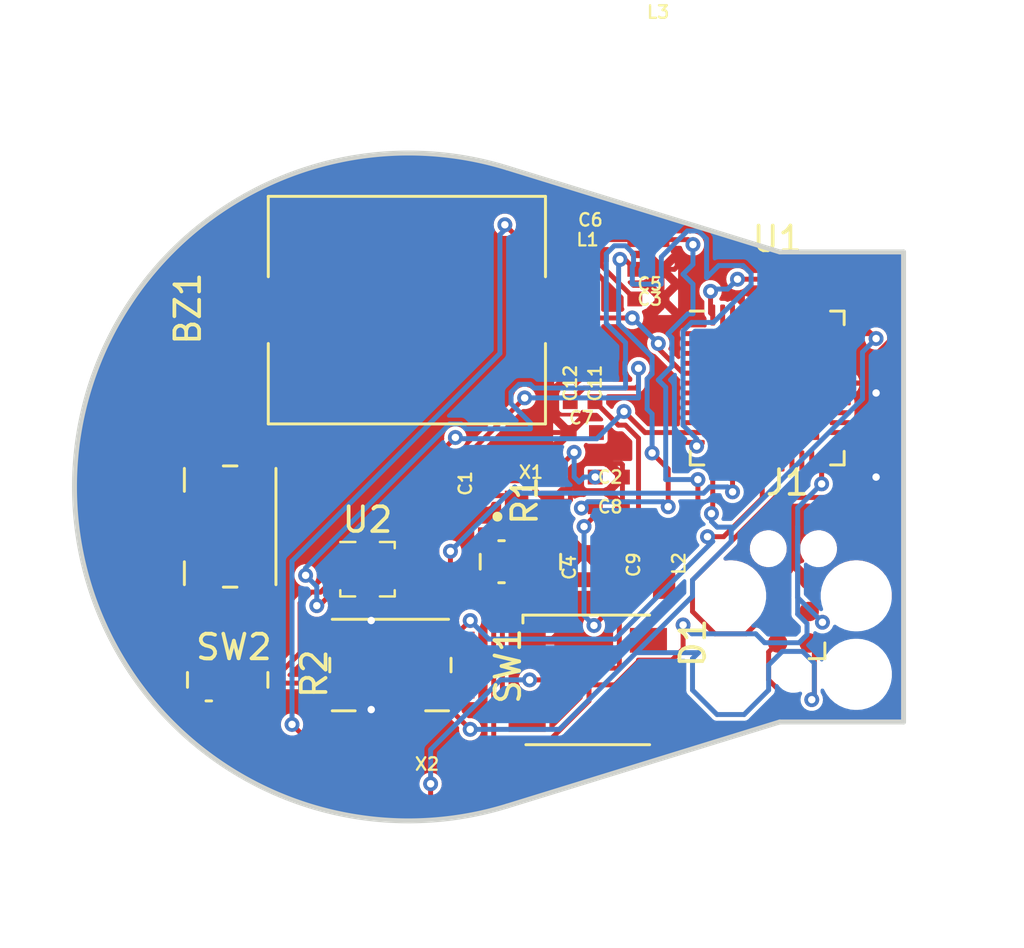
<source format=kicad_pcb>
(kicad_pcb (version 20221018) (generator pcbnew)
  (layers (0 "F.Cu" signal) (31 "B.Cu" signal) (34 "B.Paste" user) (35 "F.Paste" user) (36 "B.SilkS" user "B.Silkscreen") (37 "F.SilkS" user "F.Silkscreen") (38 "B.Mask" user) (39 "F.Mask" user) (44 "Edge.Cuts" user))
  (net 0 "")
  (net 1 "GND")
  (net 2 "Net-(D1-A)")
  (net 3 "/P0.10")
  (net 4 "DEC1")
  (net 5 "DEC4")
  (net 6 "DEC3")
  (net 7 "DEC2")
  (net 8 "ANT")
  (net 9 "P0.20")
  (net 10 "P0.21/RESET")
  (net 11 "SWDCLK")
  (net 12 "SWDIO")
  (net 13 "P0.10")
  (net 14 "P0.09")
  (net 15 "/DEC1")
  (net 16 "/P0.00{slash}XL1")
  (net 17 "/P0.01{slash}XL2")
  (net 18 "/P0.02")
  (net 19 "/P0.03")
  (net 20 "/P0.04")
  (net 21 "/P0.05")
  (net 22 "/P0.07")
  (net 23 "/P0.08")
  (net 24 "/P0.09")
  (net 25 "VCC")
  (net 26 "/P0.11")
  (net 27 "/P0.12")
  (net 28 "/P0.13")
  (net 29 "/P0.14")
  (net 30 "/P0.15")
  (net 31 "/P0.16")
  (net 32 "/P0.17")
  (net 33 "/P0.18{slash}SWO")
  (net 34 "/P0.19")
  (net 35 "/P0.20")
  (net 36 "/SWDCLK")
  (net 37 "/SWDIO")
  (net 38 "/P0.22")
  (net 39 "/P0.23")
  (net 40 "/P0.24")
  (net 41 "Net-(U1-ANT@30)")
  (net 42 "/DEC2")
  (net 43 "/DEC3")
  (net 44 "Net-(U1-XC1@34)")
  (net 45 "Net-(U1-XC2@35)")
  (net 46 "/P0.25")
  (net 47 "/P0.26")
  (net 48 "/P0.27")
  (net 49 "/P0.28")
  (net 50 "/P0.29")
  (net 51 "/P0.30")
  (net 52 "/P0.31")
  (net 54 "/DEC4")
  (net 55 "Net-(U1-DCC@47)")
  (net 57 "Net-(U1-P0.10{slash}NFC2@12)")
  (net 58 "Net-(J1-~{RESET})")
  (footprint "Button_Switch_SMD:Panasonic_EVQPUJ_EVQPUA" (layer "F.Cu") (at 100.975 73.8 180)
    (fp_text reference "SW1")
    (fp_text value "SW_Push")
  )
  (footprint "RESC0402_N" (layer "F.Cu") (at 108.240753 62.601023 -90)
    (fp_text reference "C12")
    (fp_text value "12pF")
  )
  (footprint "RESC0603_N" (layer "F.Cu") (at 112.033922 69.8 90)
    (fp_text reference "L2")
    (fp_text value "10µH")
  )
  (footprint "BT-XTAL_2016_N" (layer "F.Cu") (at 106.8 66.6)
    (fp_text reference "X1")
    (fp_text value "32MHz")
  )
  (footprint "RESC0402_N" (layer "F.Cu") (at 109 55.8)
    (fp_text reference "C6")
    (fp_text value "N.M.")
  )
  (footprint "RESC0402_N" (layer "F.Cu") (at 108.95 57.2 180)
    (fp_text reference "L1")
    (fp_text value "3.9nH")
  )
  (footprint "Resistor_SMD:R_Shunt_Vishay_WSKW0612" (layer "F.Cu") (at 106.2285 69.622699 180)
    (fp_text reference "R1")
    (fp_text value "75")
  )
  (footprint "RESC0402_N" (layer "F.Cu") (at 111.4 57.8)
    (fp_text reference "C5")
    (fp_text value "100nF")
  )
  (footprint "RESC0402_N" (layer "F.Cu") (at 108.75 64.4 180)
    (fp_text reference "C7")
    (fp_text value "100pF")
  )
  (footprint "RESC0402_N" (layer "F.Cu") (at 109.8 66.2)
    (fp_text reference "C2")
    (fp_text value "12pF")
  )
  (footprint "RESC0603_N" (layer "F.Cu") (at 110.2 69.8 90)
    (fp_text reference "C9")
    (fp_text value "4.7µF")
  )
  (footprint "RESC0402_N" (layer "F.Cu") (at 104.6 66.4 90)
    (fp_text reference "C1")
    (fp_text value "12pF")
  )
  (footprint "RESC0402_N" (layer "F.Cu") (at 111.4 56.6 180)
    (fp_text reference "L3")
    (fp_text value "15nH")
  )
  (footprint "RESC0603_N" (layer "F.Cu") (at 98.6 78)
    (fp_text reference "C10" hide)
    (fp_text value "1.0µF")
  )
  (footprint "RESC0402_N" (layer "F.Cu") (at 108.8 69.8 90)
    (fp_text reference "C4")
    (fp_text value "100nF")
  )
  (footprint "Connector:Tag-Connect_TC2030-IDC-FP_2x03_P1.27mm_Vertical" (layer "F.Cu") (at 117.26 71.635 90)
    (fp_text reference "J1")
    (fp_text value "Conn_ARM_SWD_TagConnect_TC2030")
  )
  (footprint "Resistor_SMD:R_Shunt_Vishay_WSKW0612" (layer "F.Cu") (at 94.4 74.4 180)
    (fp_text reference "R2")
    (fp_text value "75")
  )
  (footprint "LED_SMD:LED_Inolux_IN-PI554FCH_PLCC4_5.0x5.0mm_P3.2mm" (layer "F.Cu") (at 108.95 74.4)
    (fp_text reference "D1")
    (fp_text value "LED")
  )
  (footprint "RESC0402_N" (layer "F.Cu") (at 111.4 59)
    (fp_text reference "C3")
    (fp_text value "0.8pF")
  )
  (footprint "XTAL_3215_N" (layer "F.Cu") (at 102.6 78.4)
    (fp_text reference "X2")
    (fp_text value "32.768kHz")
  )
  (footprint "Button_Switch_SMD:Panasonic_EVQPUJ_EVQPUA" (layer "F.Cu") (at 94.5 68.2 90)
    (fp_text reference "SW2")
    (fp_text value "SW_Push")
  )
  (footprint "RESC0402_N" (layer "F.Cu") (at 109.8 67.4)
    (fp_text reference "C8")
    (fp_text value "100nF")
  )
  (footprint "RESC0402_N" (layer "F.Cu") (at 109.240753 62.601023 -90)
    (fp_text reference "C11")
    (fp_text value "12pF")
  )
  (footprint "Package_DFN_QFN:QFN-48-1EP_6x6mm_P0.4mm_EP4.2x4.2mm" (layer "F.Cu") (at 116.2 62.6)
    (fp_text reference "U1")
    (fp_text value "NRF52832")
  )
  (footprint "Buzzer_Beeper:Buzzer_Mallory_AST1109MLTRQ" (layer "F.Cu") (at 101.640753 59.451023 180)
    (fp_text reference "BZ1")
    (fp_text value "Buzzer")
  )
  (footprint "Package_DFN_QFN:AMS_QFN-4-1EP_2x2mm_P0.95mm_EP0.7x1.6mm" (layer "F.Cu") (at 100.05 69.925)
    (fp_text reference "U2")
    (fp_text value "ENS210")
  )
  (gr_line (start 105.690006 53.700009) (end 116.709994 57.09999) (stroke (width 0.2)) (layer "Edge.Cuts"))
  (gr_arc (start 105.690006 79.499971) (mid 88.209994 66.59999) (end 105.690006 53.700009) (stroke (width 0.2)) (layer "Edge.Cuts"))
  (gr_line (start 121.709994 76.09999) (end 116.709994 76.09999) (stroke (width 0.2)) (layer "Edge.Cuts"))
  (gr_line (start 121.709994 76.09999) (end 121.709994 57.09999) (stroke (width 0.2)) (layer "Edge.Cuts"))
  (gr_line (start 116.709994 57.09999) (end 121.709994 57.09999) (stroke (width 0.2)) (layer "Edge.Cuts"))
  (gr_line (start 116.709994 76.09999) (end 105.690006 79.499971) (stroke (width 0.2)) (layer "Edge.Cuts"))
  (segment (start 110.145888 61.145888) (end 111.95 59.341776) (width 0.2) (layer "F.Cu") (net 1))
  (segment (start 111.95 59.341776) (end 111.95 59) (width 0.2) (layer "F.Cu") (net 1))
  (segment (start 106.05 64.4) (end 108.2 64.4) (width 0.2) (layer "F.Cu") (net 1))
  (segment (start 106.75 66.025) (end 106.075 66.025) (width 0.2) (layer "F.Cu") (net 1))
  (segment (start 108.8 69.25) (end 109.95 69.25) (width 0.2) (layer "F.Cu") (net 1))
  (segment (start 108.25 67.125) (end 108.2 67.175) (width 0.2) (layer "F.Cu") (net 1))
  (segment (start 100.05 69.925) (end 100.05 65.35) (width 0.2) (layer "F.Cu") (net 1))
  (segment (start 117.895 70.365) (end 117.4307 69.9007) (width 0.2) (layer "F.Cu") (net 1))
  (segment (start 107.690753 62.601023) (end 108.240753 62.051023) (width 0.2) (layer "F.Cu") (net 1))
  (segment (start 95.040753 65.265753) (end 95.35 65.575) (width 0.2) (layer "F.Cu") (net 1))
  (segment (start 95.35 65.575) (end 95.35 70.825) (width 0.2) (layer "F.Cu") (net 1))
  (segment (start 112.561521 57.688479) (end 112.561521 57.4) (width 0.2) (layer "F.Cu") (net 1))
  (segment (start 112.561521 57.4) (end 113.399264 57.4) (width 0.2) (layer "F.Cu") (net 1))
  (segment (start 109.240753 62.051023) (end 110.145888 61.145888) (width 0.2) (layer "F.Cu") (net 1))
  (segment (start 107.690753 63.890753) (end 107.690753 62.601023) (width 0.2) (layer "F.Cu") (net 1))
  (segment (start 101 69.45) (end 101 65.41027) (width 0.2) (layer "F.Cu") (net 1))
  (segment (start 109.55 55.8) (end 109.8 56.05) (width 0.2) (layer "F.Cu") (net 1))
  (segment (start 99.4 76.4) (end 100.2 75.6) (width 0.2) (layer "F.Cu") (net 1))
  (segment (start 106.5 72.8) (end 107.45 72.8) (width 0.2) (layer "F.Cu") (net 1))
  (segment (start 120.6 62.8) (end 120.2 62.4) (width 0.2) (layer "F.Cu") (net 1))
  (segment (start 115.2 59.200736) (end 115.2 59.65) (width 0.2) (layer "F.Cu") (net 1))
  (segment (start 99.4 78) (end 99.4 76.4) (width 0.2) (layer "F.Cu") (net 1))
  (segment (start 111.95 59) (end 111.95 57.8) (width 0.2) (layer "F.Cu") (net 1))
  (segment (start 109.35 70.9) (end 109.35 69.8) (width 0.2) (layer "F.Cu") (net 1))
  (segment (start 112.45 57.8) (end 112.561521 57.688479) (width 0.2) (layer "F.Cu") (net 1))
  (segment (start 98.394865 62.805135) (end 100.054112 61.145888) (width 0.2) (layer "F.Cu") (net 1))
  (segment (start 110.2 67.55) (end 110.35 67.4) (width 0.2) (layer "F.Cu") (net 1))
  (segment (start 113.399264 57.4) (end 115.2 59.200736) (width 0.2) (layer "F.Cu") (net 1))
  (segment (start 107.525 67.175) (end 107.275 67.175) (width 0.2) (layer "F.Cu") (net 1))
  (segment (start 100.054112 61.145888) (end 110.145888 61.145888) (width 0.2) (layer "F.Cu") (net 1))
  (segment (start 108.2 64.4) (end 107.690753 63.890753) (width 0.2) (layer "F.Cu") (net 1))
  (segment (start 95.35 70.825) (end 95.787699 71.262699) (width 0.2) (layer "F.Cu") (net 1))
  (segment (start 104.6 65.85) (end 106.05 64.4) (width 0.2) (layer "F.Cu") (net 1))
  (segment (start 100.05 65.35) (end 100.494865 64.905135) (width 0.2) (layer "F.Cu") (net 1))
  (segment (start 110.35 65.7) (end 110.3 65.65) (width 0.2) (layer "F.Cu") (net 1))
  (segment (start 104.775 66.025) (end 104.6 65.85) (width 0.2) (layer "F.Cu") (net 1))
  (segment (start 106.075 66.025) (end 104.775 66.025) (width 0.2) (layer "F.Cu") (net 1))
  (segment (start 110.3 65.65) (end 108.8 65.65) (width 0.2) (layer "F.Cu") (net 1))
  (segment (start 110.35 66.2) (end 110.35 65.7) (width 0.2) (layer "F.Cu") (net 1))
  (segment (start 109.95 69.25) (end 110.2 69) (width 0.2) (layer "F.Cu") (net 1))
  (segment (start 109.35 69.8) (end 108.8 69.25) (width 0.2) (layer "F.Cu") (net 1))
  (segment (start 101 69.45) (end 100.525 69.45) (width 0.2) (layer "F.Cu") (net 1))
  (segment (start 110.2 69) (end 110.2 67.55) (width 0.2) (layer "F.Cu") (net 1))
  (segment (start 106.8 66.075) (end 106.75 66.025) (width 0.2) (layer "F.Cu") (net 1))
  (segment (start 107.45 72.8) (end 109.35 70.9) (width 0.2) (layer "F.Cu") (net 1))
  (segment (start 100.05 71.85) (end 100.05 69.925) (width 0.2) (layer "F.Cu") (net 1))
  (segment (start 101 65.41027) (end 100.494865 64.905135) (width 0.2) (layer "F.Cu") (net 1))
  (segment (start 107.275 67.175) (end 106.8 66.7) (width 0.2) (layer "F.Cu") (net 1))
  (segment (start 100.2 72) (end 100.05 71.85) (width 0.2) (layer "F.Cu") (net 1))
  (segment (start 108.2 67.175) (end 107.525 67.175) (width 0.2) (layer "F.Cu") (net 1))
  (segment (start 100.525 69.45) (end 100.05 69.925) (width 0.2) (layer "F.Cu") (net 1))
  (segment (start 111.95 57.8) (end 112.45 57.8) (width 0.2) (layer "F.Cu") (net 1))
  (segment (start 100.494865 64.905135) (end 98.394865 62.805135) (width 0.2) (layer "F.Cu") (net 1))
  (segment (start 108.25 66.2) (end 108.25 67.125) (width 0.2) (layer "F.Cu") (net 1))
  (segment (start 117.4307 69.9007) (end 117.4307 67.375565) (width 0.2) (layer "F.Cu") (net 1))
  (segment (start 95.040753 59.451023) (end 95.040753 65.265753) (width 0.2) (layer "F.Cu") (net 1))
  (segment (start 117.4307 67.375565) (end 119.424435 67.375565) (width 0.2) (layer "F.Cu") (net 1))
  (segment (start 106.8 66.7) (end 106.8 66.075) (width 0.2) (layer "F.Cu") (net 1))
  (segment (start 98.394865 62.805135) (end 95.040753 59.451023) (width 0.2) (layer "F.Cu") (net 1))
  (segment (start 108.240753 62.051023) (end 109.240753 62.051023) (width 0.2) (layer "F.Cu") (net 1))
  (segment (start 108.8 65.65) (end 108.25 66.2) (width 0.2) (layer "F.Cu") (net 1))
  (segment (start 119.424435 67.375565) (end 120.6 66.2) (width 0.2) (layer "F.Cu") (net 1))
  (segment (start 120.2 62.4) (end 119.15 62.4) (width 0.2) (layer "F.Cu") (net 1))
  (segment (start 110.35 67.4) (end 110.35 66.2) (width 0.2) (layer "F.Cu") (net 1))
  (via (at 120.6 66.2) (size 0.6) (drill 0.3) (layers "F.Cu" "B.Cu") (net 1))
  (via (at 100.2 72) (size 0.6) (drill 0.3) (layers "F.Cu" "B.Cu") (net 1))
  (via (at 120.6 62.8) (size 0.6) (drill 0.3) (layers "F.Cu" "B.Cu") (net 1))
  (via (at 100.2 75.6) (size 0.6) (drill 0.3) (layers "F.Cu" "B.Cu") (net 1))
  (segment (start 100.2 75.6) (end 100.2 72) (width 0.2) (layer "B.Cu") (net 1))
  (segment (start 120.6 66.2) (end 120.6 62.8) (width 0.2) (layer "B.Cu") (net 1))
  (segment (start 108.642301 70.507699) (end 108.8 70.35) (width 0.2) (layer "F.Cu") (net 2))
  (segment (start 106.8005 70.507699) (end 106.43 70.507699) (width 0.2) (layer "F.Cu") (net 2))
  (segment (start 105.5 75) (end 105.5 71.262699) (width 0.2) (layer "F.Cu") (net 2))
  (segment (start 106.8005 70.507699) (end 108.642301 70.507699) (width 0.2) (layer "F.Cu") (net 2))
  (segment (start 105.5 71.262699) (end 106.255 70.507699) (width 0.2) (layer "F.Cu") (net 2))
  (segment (start 107.605753 69.981023) (end 107.605753 69.994247) (width 0.2) (layer "F.Cu") (net 2))
  (segment (start 106.5 76) (end 105.5 75) (width 0.2) (layer "F.Cu") (net 2))
  (segment (start 107.605753 69.994247) (end 107.6 70) (width 0.2) (layer "F.Cu") (net 2))
  (segment (start 106.255 70.507699) (end 106.8005 70.507699) (width 0.2) (layer "F.Cu") (net 2))
  (segment (start 97.8 78) (end 97.8 77) (width 0.2) (layer "F.Cu") (net 3))
  (segment (start 106.2 56.6) (end 110.85 56.6) (width 0.2) (layer "F.Cu") (net 3))
  (segment (start 105.6 56) (end 106.2 56.6) (width 0.2) (layer "F.Cu") (net 3))
  (segment (start 97.8 77) (end 97 76.2) (width 0.2) (layer "F.Cu") (net 3))
  (via (at 97 76.2) (size 0.6) (drill 0.3) (layers "F.Cu" "B.Cu") (net 3))
  (via (at 105.6 56) (size 0.6) (drill 0.3) (layers "F.Cu" "B.Cu") (net 3))
  (segment (start 97 76.2) (end 97 69.6) (width 0.2) (layer "B.Cu") (net 3))
  (segment (start 105.6 56.2) (end 105.6 56) (width 0.2) (layer "B.Cu") (net 3))
  (segment (start 97 69.6) (end 105.4 61.2) (width 0.2) (layer "B.Cu") (net 3))
  (segment (start 105.4 61.2) (end 105.4 56.4) (width 0.2) (layer "B.Cu") (net 3))
  (segment (start 105.4 56.4) (end 105.6 56.2) (width 0.2) (layer "B.Cu") (net 3))
  (segment (start 109.5 57.65) (end 110.85 59) (width 0.2) (layer "F.Cu") (net 6))
  (segment (start 109.5 57.2) (end 109.5 57.65) (width 0.2) (layer "F.Cu") (net 6))
  (segment (start 107.575 66.025) (end 108.4 65.2) (width 0.2) (layer "F.Cu") (net 7))
  (segment (start 107.525 66.025) (end 107.575 66.025) (width 0.2) (layer "F.Cu") (net 7))
  (via (at 108.4 65.2) (size 0.6) (drill 0.3) (layers "F.Cu" "B.Cu") (net 7))
  (via (at 109.25 66.2) (size 0.6) (drill 0.3) (layers "F.Cu" "B.Cu") (net 7))
  (segment (start 108.4 66.2) (end 108.6 66.4) (width 0.2) (layer "B.Cu") (net 7))
  (segment (start 108.6 66.4) (end 108.8 66.2) (width 0.2) (layer "B.Cu") (net 7))
  (segment (start 108.4 65.2) (end 108.4 66.2) (width 0.2) (layer "B.Cu") (net 7))
  (segment (start 108.8 66.2) (end 109.25 66.2) (width 0.2) (layer "B.Cu") (net 7))
  (segment (start 105.85 66.95) (end 106.075 67.175) (width 0.2) (layer "F.Cu") (net 8))
  (segment (start 104.6 66.95) (end 105.85 66.95) (width 0.2) (layer "F.Cu") (net 8))
  (segment (start 110.225 72.05) (end 111 71.275) (width 0.2) (layer "F.Cu") (net 9))
  (segment (start 102.6 79.45) (end 102.5 79.55) (width 0.2) (layer "F.Cu") (net 9))
  (segment (start 110.1861 64.0995) (end 109.240753 63.154153) (width 0.2) (layer "F.Cu") (net 9))
  (segment (start 110.225 73.925) (end 110.225 72.05) (width 0.2) (layer "F.Cu") (net 9))
  (segment (start 101.35 78.4) (end 102.5 79.55) (width 0.2) (layer "F.Cu") (net 9))
  (segment (start 102.6 78.6) (end 102.6 79.45) (width 0.2) (layer "F.Cu") (net 9))
  (segment (start 108.875 73.925) (end 110.225 73.925) (width 0.2) (layer "F.Cu") (net 9))
  (segment (start 108.4 74.4) (end 108.875 73.925) (width 0.2) (layer "F.Cu") (net 9))
  (segment (start 110.468943 64.0995) (end 110.1861 64.0995) (width 0.2) (layer "F.Cu") (net 9))
  (segment (start 106.6 74.4) (end 108.4 74.4) (width 0.2) (layer "F.Cu") (net 9))
  (segment (start 109.240753 63.154153) (end 109.240753 63.151023) (width 0.2) (layer "F.Cu") (net 9))
  (segment (start 111 64.630557) (end 110.468943 64.0995) (width 0.2) (layer "F.Cu") (net 9))
  (segment (start 111 71.275) (end 111 64.630557) (width 0.2) (layer "F.Cu") (net 9))
  (via (at 106.6 74.4) (size 0.6) (drill 0.3) (layers "F.Cu" "B.Cu") (net 9))
  (via (at 102.6 78.6) (size 0.6) (drill 0.3) (layers "F.Cu" "B.Cu") (net 9))
  (segment (start 106.6 74.4) (end 105.422182 74.4) (width 0.2) (layer "B.Cu") (net 9))
  (segment (start 105.422182 74.4) (end 102.6 77.222182) (width 0.2) (layer "B.Cu") (net 9))
  (segment (start 102.6 77.222182) (end 102.6 78.6) (width 0.2) (layer "B.Cu") (net 9))
  (segment (start 108.790753 62.601023) (end 108.240753 63.151023) (width 0.2) (layer "F.Cu") (net 10))
  (segment (start 111 62.491776) (end 110.890753 62.601023) (width 0.2) (layer "F.Cu") (net 10))
  (segment (start 102.85 69.849199) (end 102.85 66.55) (width 0.2) (layer "F.Cu") (net 10))
  (segment (start 105.15 71.262699) (end 104.2635 71.262699) (width 0.2) (layer "F.Cu") (net 10))
  (segment (start 105.15 77.1) (end 105.15 71.262699) (width 0.2) (layer "F.Cu") (net 10))
  (segment (start 102.85 66.55) (end 106.4 63) (width 0.2) (layer "F.Cu") (net 10))
  (segment (start 104.2635 71.262699) (end 102.85 69.849199) (width 0.2) (layer "F.Cu") (net 10))
  (segment (start 110.890753 62.601023) (end 108.790753 62.601023) (width 0.2) (layer "F.Cu") (net 10))
  (segment (start 103.85 78.4) (end 105.15 77.1) (width 0.2) (layer "F.Cu") (net 10))
  (segment (start 111 61.8) (end 111 62.491776) (width 0.2) (layer "F.Cu") (net 10))
  (via (at 111 61.8) (size 0.6) (drill 0.3) (layers "F.Cu" "B.Cu") (net 10))
  (via (at 106.4 63) (size 0.6) (drill 0.3) (layers "F.Cu" "B.Cu") (net 10))
  (segment (start 106.4 63) (end 111 63) (width 0.2) (layer "B.Cu") (net 10))
  (segment (start 111 63) (end 111 61.8) (width 0.2) (layer "B.Cu") (net 10))
  (segment (start 110.2 71.2) (end 110.2 70.6) (width 0.2) (layer "F.Cu") (net 11))
  (segment (start 108.743918 67.4) (end 108.690732 67.453186) (width 0.2) (layer "F.Cu") (net 11))
  (segment (start 110.249502 57.4) (end 110.45 57.4) (width 0.2) (layer "F.Cu") (net 11))
  (segment (start 110.45 57.4) (end 110.85 57.8) (width 0.2) (layer "F.Cu") (net 11))
  (segment (start 109.25 67.4) (end 108.743918 67.4) (width 0.2) (layer "F.Cu") (net 11))
  (segment (start 109.25 67.75) (end 108.8 68.2) (width 0.2) (layer "F.Cu") (net 11))
  (segment (start 109.25 67.4) (end 109.25 67.75) (width 0.2) (layer "F.Cu") (net 11))
  (segment (start 109.2 72.2) (end 110.2 71.2) (width 0.2) (layer "F.Cu") (net 11))
  (segment (start 111.5495 65.226442) (end 112.2 65.876942) (width 0.2) (layer "F.Cu") (net 11))
  (segment (start 112.2 65.876942) (end 112.2 67.4) (width 0.2) (layer "F.Cu") (net 11))
  (via (at 108.8 68.2) (size 0.6) (drill 0.3) (layers "F.Cu" "B.Cu") (net 11))
  (via (at 109.2 72.2) (size 0.6) (drill 0.3) (layers "F.Cu" "B.Cu") (net 11))
  (via (at 111.5495 65.226442) (size 0.6) (drill 0.3) (layers "F.Cu" "B.Cu") (net 11))
  (via (at 110.249502 57.4) (size 0.6) (drill 0.3) (layers "F.Cu" "B.Cu") (net 11))
  (via (at 112.2 67.4) (size 0.6) (drill 0.3) (layers "F.Cu" "B.Cu") (net 11))
  (via (at 108.690732 67.453186) (size 0.6) (drill 0.3) (layers "F.Cu" "B.Cu") (net 11))
  (segment (start 111.35 62.227818) (end 111.55 62.027818) (width 0.2) (layer "B.Cu") (net 11))
  (segment (start 110.195888 59.995888) (end 110.195888 57.453614) (width 0.2) (layer "B.Cu") (net 11))
  (segment (start 108.8 68.2) (end 108.8 71.8) (width 0.2) (layer "B.Cu") (net 11))
  (segment (start 111.55 61.35) (end 110.195888 59.995888) (width 0.2) (layer "B.Cu") (net 11))
  (segment (start 111.5495 63.6495) (end 111.35 63.45) (width 0.2) (layer "B.Cu") (net 11))
  (segment (start 111.55 62.027818) (end 111.55 61.35) (width 0.2) (layer "B.Cu") (net 11))
  (segment (start 111.5495 65.226442) (end 111.5495 63.6495) (width 0.2) (layer "B.Cu") (net 11))
  (segment (start 112.0005 67.2005) (end 112.2 67.4) (width 0.2) (layer "B.Cu") (net 11))
  (segment (start 108.943418 67.2005) (end 112.0005 67.2005) (width 0.2) (layer "B.Cu") (net 11))
  (segment (start 108.8 71.8) (end 109.2 72.2) (width 0.2) (layer "B.Cu") (net 11))
  (segment (start 108.690732 67.453186) (end 108.943418 67.2005) (width 0.2) (layer "B.Cu") (net 11))
  (segment (start 111.35 63.45) (end 111.35 62.227818) (width 0.2) (layer "B.Cu") (net 11))
  (segment (start 110.195888 57.453614) (end 110.249502 57.4) (width 0.2) (layer "B.Cu") (net 11))
  (segment (start 111.95 56.6) (end 113 56.6) (width 0.2) (layer "F.Cu") (net 13))
  (segment (start 112.033922 69.25) (end 112.033922 69) (width 0.2) (layer "F.Cu") (net 13))
  (segment (start 113.4 67.633922) (end 112.033922 69) (width 0.2) (layer "F.Cu") (net 13))
  (segment (start 113 56.6) (end 113.2 56.8) (width 0.2) (layer "F.Cu") (net 13))
  (segment (start 113.4 66.3005) (end 113.4 67.633922) (width 0.2) (layer "F.Cu") (net 13))
  (via (at 113.2 56.8) (size 0.6) (drill 0.3) (layers "F.Cu" "B.Cu") (net 13))
  (via (at 113.4 66.3005) (size 0.6) (drill 0.3) (layers "F.Cu" "B.Cu") (net 13))
  (segment (start 113.2 56.8) (end 113.2 57.6) (width 0.2) (layer "B.Cu") (net 13))
  (segment (start 113.2 57.6) (end 112.8 58) (width 0.2) (layer "B.Cu") (net 13))
  (segment (start 112.8 58) (end 113.2 58.4) (width 0.2) (layer "B.Cu") (net 13))
  (segment (start 112.0995 66.3005) (end 113.4 66.3005) (width 0.2) (layer "B.Cu") (net 13))
  (segment (start 112.188909 60.411091) (end 112.35 60.572182) (width 0.2) (layer "B.Cu") (net 13))
  (segment (start 112.35 61.722793) (end 111.8 62.272793) (width 0.2) (layer "B.Cu") (net 13))
  (segment (start 113.2 58.4) (end 113.2 59.6) (width 0.2) (layer "B.Cu") (net 13))
  (segment (start 113.2 59.6) (end 113 59.6) (width 0.2) (layer "B.Cu") (net 13))
  (segment (start 111.8 62.272793) (end 112.0995 62.572293) (width 0.2) (layer "B.Cu") (net 13))
  (segment (start 112.35 60.572182) (end 112.35 61.722793) (width 0.2) (layer "B.Cu") (net 13))
  (segment (start 113 59.6) (end 112.188909 60.411091) (width 0.2) (layer "B.Cu") (net 13))
  (segment (start 112.0995 62.572293) (end 112.0995 66.3005) (width 0.2) (layer "B.Cu") (net 13))
  (segment (start 113.35 60.85) (end 113.4 60.85) (width 0.2) (layer "F.Cu") (net 16))
  (segment (start 111.8 60.8) (end 111.8 60.999264) (width 0.2) (layer "F.Cu") (net 19))
  (segment (start 111.8 60.999264) (end 112.800736 62) (width 0.2) (layer "F.Cu") (net 19))
  (segment (start 108.558506 59.768776) (end 110.745888 59.768776) (width 0.2) (layer "F.Cu") (net 19))
  (segment (start 108.240753 59.451023) (end 108.558506 59.768776) (width 0.2) (layer "F.Cu") (net 19))
  (segment (start 112.800736 62) (end 113.25 62) (width 0.2) (layer "F.Cu") (net 19))
  (via (at 110.745888 59.768776) (size 0.6) (drill 0.3) (layers "F.Cu" "B.Cu") (net 19))
  (via (at 111.8 60.8) (size 0.6) (drill 0.3) (layers "F.Cu" "B.Cu") (net 19))
  (segment (start 110.745888 59.768776) (end 110.768776 59.768776) (width 0.2) (layer "B.Cu") (net 19))
  (segment (start 110.768776 59.768776) (end 111.8 60.8) (width 0.2) (layer "B.Cu") (net 19))
  (segment (start 102 70.4) (end 102 66.2) (width 0.2) (layer "F.Cu") (net 24))
  (segment (start 110.413918 63.5495) (end 111.264418 64.4) (width 0.2) (layer "F.Cu") (net 24))
  (segment (start 101 70.4) (end 102 70.4) (width 0.2) (layer "F.Cu") (net 24))
  (segment (start 111.264418 64.4) (end 113.25 64.4) (width 0.2) (layer "F.Cu") (net 24))
  (segment (start 102 66.2) (end 103.6 64.6) (width 0.2) (layer "F.Cu") (net 24))
  (via (at 103.6 64.6) (size 0.6) (drill 0.3) (layers "F.Cu" "B.Cu") (net 24))
  (via (at 110.413918 63.5495) (size 0.6) (drill 0.3) (layers "F.Cu" "B.Cu") (net 24))
  (segment (start 103.65 64.65) (end 103.6 64.6) (width 0.2) (layer "B.Cu") (net 24))
  (segment (start 109.313418 64.65) (end 103.65 64.65) (width 0.2) (layer "B.Cu") (net 24))
  (segment (start 110.413918 63.5495) (end 109.313418 64.65) (width 0.2) (layer "B.Cu") (net 24))
  (segment (start 103.6 74.65) (end 103.6 75.8) (width 0.2) (layer "F.Cu") (net 25))
  (segment (start 118.2 58.2) (end 115 58.2) (width 0.2) (layer "F.Cu") (net 25))
  (segment (start 96.105 74.53) (end 97.325 73.31) (width 0.2) (layer "F.Cu") (net 25))
  (segment (start 98.55 70.455026) (end 98.55 70) (width 0.2) (layer "F.Cu") (net 25))
  (segment (start 120.6 60.6) (end 120.4 60.4) (width 0.2) (layer "F.Cu") (net 25))
  (segment (start 117.895 72.905) (end 118.1053 73.1153) (width 0.2) (layer "F.Cu") (net 25))
  (segment (start 93.066 75.161) (end 93.697 74.53) (width 0.2) (layer "F.Cu") (net 25))
  (segment (start 98.23 74.53) (end 93.697 74.53) (width 0.2) (layer "F.Cu") (net 25))
  (segment (start 118.1053 73.1153) (end 118.1053 75.0947) (width 0.2) (layer "F.Cu") (net 25))
  (segment (start 103.6 75.8) (end 104.2 76.4) (width 0.2) (layer "F.Cu") (net 25))
  (segment (start 97.325 73.31) (end 97.325 71.297182) (width 0.2) (layer "F.Cu") (net 25))
  (segment (start 114 67.623428) (end 114 65.55) (width 0.2) (layer "F.Cu") (net 25))
  (segment (start 97.325 71.297182) (end 97.772182 70.85) (width 0.2) (layer "F.Cu") (net 25))
  (segment (start 98.55 70) (end 99.1 69.45) (width 0.2) (layer "F.Cu") (net 25))
  (segment (start 118.1053 75.0947) (end 118 75.2) (width 0.2) (layer "F.Cu") (net 25))
  (segment (start 98.155026 70.85) (end 98.55 70.455026) (width 0.2) (layer "F.Cu") (net 25))
  (segment (start 120.4 60.4) (end 119.15 60.4) (width 0.2) (layer "F.Cu") (net 25))
  (segment (start 93.697 74.53) (end 96.105 74.53) (width 0.2) (layer "F.Cu") (net 25))
  (segment (start 113.911076 59.561076) (end 114 59.65) (width 0.2) (layer "F.Cu") (net 25))
  (segment (start 103.6 74.65) (end 98.35 74.65) (width 0.2) (layer "F.Cu") (net 25))
  (segment (start 93.066 75.285) (end 93.066 75.161) (width 0.2) (layer "F.Cu") (net 25))
  (segment (start 97.772182 70.85) (end 98.155026 70.85) (width 0.2) (layer "F.Cu") (net 25))
  (segment (start 99.05 69.4) (end 99.1 69.45) (width 0.2) (layer "F.Cu") (net 25))
  (segment (start 113.947926 67.675502) (end 114 67.623428) (width 0.2) (layer "F.Cu") (net 25))
  (segment (start 120.6 60.6) (end 118.2 58.2) (width 0.2) (layer "F.Cu") (net 25))
  (segment (start 98.35 74.65) (end 98.23 74.53) (width 0.2) (layer "F.Cu") (net 25))
  (segment (start 93.066 75.285) (end 93.066 75.0425) (width 0.2) (layer "F.Cu") (net 25))
  (segment (start 113.911076 58.688924) (end 113.911076 59.561076) (width 0.2) (layer "F.Cu") (net 25))
  (via (at 115 58.2) (size 0.6) (drill 0.3) (layers "F.Cu" "B.Cu") (net 25))
  (via (at 118 75.2) (size 0.6) (drill 0.3) (layers "F.Cu" "B.Cu") (net 25))
  (via (at 113.947926 67.675502) (size 0.6) (drill 0.3) (layers "F.Cu" "B.Cu") (net 25))
  (via (at 113.911076 58.688924) (size 0.6) (drill 0.3) (layers "F.Cu" "B.Cu") (net 25))
  (via (at 104.2 76.4) (size 0.6) (drill 0.3) (layers "F.Cu" "B.Cu") (net 25))
  (via (at 120.6 60.6) (size 0.6) (drill 0.3) (layers "F.Cu" "B.Cu") (net 25))
  (segment (start 116.25745 74.811833) (end 115.269283 75.8) (width 0.2) (layer "B.Cu") (net 25))
  (segment (start 116.808872 73.248578) (end 116.25745 73.8) (width 0.2) (layer "B.Cu") (net 25))
  (segment (start 118.1053 73.722535) (end 117.631343 73.248578) (width 0.2) (layer "B.Cu") (net 25))
  (segment (start 120.05 63.044975) (end 120.05 61.15) (width 0.2) (layer "B.Cu") (net 25))
  (segment (start 118.1053 75.0947) (end 118.1053 73.722535) (width 0.2) (layer "B.Cu") (net 25))
  (segment (start 115 58.2) (end 114.6 58.6) (width 0.2) (layer "B.Cu") (net 25))
  (segment (start 120.05 61.15) (end 120.6 60.6) (width 0.2) (layer "B.Cu") (net 25))
  (segment (start 110.9 73.3) (end 113.18255 71.01745) (width 0.2) (layer "B.Cu") (net 25))
  (segment (start 113.18255 71.01745) (end 113.18255 70.363167) (width 0.2) (layer "B.Cu") (net 25))
  (segment (start 113.18255 74.811833) (end 113.18255 73.538167) (width 0.2) (layer "B.Cu") (net 25))
  (segment (start 113.18255 73.538167) (end 113.420717 73.3) (width 0.2) (layer "B.Cu") (net 25))
  (segment (start 113.947926 67.994362) (end 114.176782 68.223218) (width 0.2) (layer "B.Cu") (net 25))
  (segment (start 113.18255 70.363167) (end 114.745717 68.8) (width 0.2) (layer "B.Cu") (net 25))
  (segment (start 113.947926 67.675502) (end 113.947926 67.994362) (width 0.2) (layer "B.Cu") (net 25))
  (segment (start 114.745717 68.349258) (end 114.871757 68.223218) (width 0.2) (layer "B.Cu") (net 25))
  (segment (start 114.6 58.6) (end 114 58.6) (width 0.2) (layer "B.Cu") (net 25))
  (segment (start 107.8 76.4) (end 110.9 73.3) (width 0.2) (layer "B.Cu") (net 25))
  (segment (start 115.269283 75.8) (end 114.170717 75.8) (width 0.2) (layer "B.Cu") (net 25))
  (segment (start 114.871757 68.223218) (end 120.05 63.044975) (width 0.2) (layer "B.Cu") (net 25))
  (segment (start 114.170717 75.8) (end 113.18255 74.811833) (width 0.2) (layer "B.Cu") (net 25))
  (segment (start 118 75.2) (end 118.1053 75.0947) (width 0.2) (layer "B.Cu") (net 25))
  (segment (start 114 58.6) (end 113.911076 58.688924) (width 0.2) (layer "B.Cu") (net 25))
  (segment (start 117.631343 73.248578) (end 116.808872 73.248578) (width 0.2) (layer "B.Cu") (net 25))
  (segment (start 114.176782 68.223218) (end 114.871757 68.223218) (width 0.2) (layer "B.Cu") (net 25))
  (segment (start 114.745717 68.8) (end 114.745717 68.349258) (width 0.2) (layer "B.Cu") (net 25))
  (segment (start 116.25745 73.8) (end 116.25745 74.811833) (width 0.2) (layer "B.Cu") (net 25))
  (segment (start 104.2 76.4) (end 107.8 76.4) (width 0.2) (layer "B.Cu") (net 25))
  (segment (start 113.420717 73.3) (end 110.9 73.3) (width 0.2) (layer "B.Cu") (net 25))
  (segment (start 104.8945 70.507699) (end 104.65 70.752199) (width 0.2) (layer "F.Cu") (net 27))
  (segment (start 104.8945 70.507699) (end 104.003474 70.507699) (width 0.2) (layer "F.Cu") (net 27))
  (segment (start 114.8 66.8) (end 114.8 65.55) (width 0.2) (layer "F.Cu") (net 27))
  (segment (start 104.003474 70.507699) (end 103.4 69.904225) (width 0.2) (layer "F.Cu") (net 27))
  (segment (start 103.4 69.904225) (end 103.4 69.2) (width 0.2) (layer "F.Cu") (net 27))
  (via (at 114.8 66.8) (size 0.6) (drill 0.3) (layers "F.Cu" "B.Cu") (net 27))
  (via (at 103.4 69.2) (size 0.6) (drill 0.3) (layers "F.Cu" "B.Cu") (net 27))
  (segment (start 113.627818 66.8505) (end 113.878318 66.6) (width 0.2) (layer "B.Cu") (net 27))
  (segment (start 106.2505 66.8505) (end 113.627818 66.8505) (width 0.2) (layer "B.Cu") (net 27))
  (segment (start 113.878318 66.6) (end 114.6 66.6) (width 0.2) (layer "B.Cu") (net 27))
  (segment (start 103.4 69.2) (end 106 66.6) (width 0.2) (layer "B.Cu") (net 27))
  (segment (start 106 66.6) (end 106.2505 66.8505) (width 0.2) (layer "B.Cu") (net 27))
  (segment (start 114.6 66.6) (end 114.8 66.8) (width 0.2) (layer "B.Cu") (net 27))
  (segment (start 113.788226 68.611774) (end 114.438969 68.611774) (width 0.2) (layer "F.Cu") (net 30))
  (segment (start 103.6 72.95) (end 98.35 72.95) (width 0.2) (layer "F.Cu") (net 30))
  (segment (start 116 67.050743) (end 116 65.55) (width 0.2) (layer "F.Cu") (net 30))
  (segment (start 103.6 72.95) (end 103.6 72.6) (width 0.2) (layer "F.Cu") (net 30))
  (segment (start 114.438969 68.611774) (end 116 67.050743) (width 0.2) (layer "F.Cu") (net 30))
  (segment (start 103.6 72.6) (end 104.2 72) (width 0.2) (layer "F.Cu") (net 30))
  (via (at 113.788226 68.611774) (size 0.6) (drill 0.3) (layers "F.Cu" "B.Cu") (net 30))
  (via (at 104.2 72) (size 0.6) (drill 0.3) (layers "F.Cu" "B.Cu") (net 30))
  (segment (start 104.2 72) (end 104.95 72.75) (width 0.2) (layer "B.Cu") (net 30))
  (segment (start 104.95 72.75) (end 110.05 72.75) (width 0.2) (layer "B.Cu") (net 30))
  (segment (start 114 68.8) (end 113.811774 68.611774) (width 0.2) (layer "B.Cu") (net 30))
  (segment (start 110.05 72.75) (end 114 68.8) (width 0.2) (layer "B.Cu") (net 30))
  (segment (start 113.811774 68.611774) (end 113.788226 68.611774) (width 0.2) (layer "B.Cu") (net 30))
  (segment (start 119.15 67.025565) (end 116.520152 67.025565) (width 0.2) (layer "F.Cu") (net 36))
  (segment (start 119 64.8) (end 119.4 64.8) (width 0.2) (layer "F.Cu") (net 36))
  (segment (start 116.25745 71.636833) (end 116.25745 71.635) (width 0.2) (layer "F.Cu") (net 36))
  (segment (start 116.25745 71.635) (end 116.625 71.635) (width 0.2) (layer "F.Cu") (net 36))
  (segment (start 116.625 71.635) (end 116.705449 71.635) (width 0.2) (layer "F.Cu") (net 36))
  (segment (start 113.18255 71.636833) (end 114.083167 72.53745) (width 0.2) (layer "F.Cu") (net 36))
  (segment (start 116.520152 67.025565) (end 113.18255 70.363167) (width 0.2) (layer "F.Cu") (net 36))
  (segment (start 114.083167 72.53745) (end 115.356833 72.53745) (width 0.2) (layer "F.Cu") (net 36))
  (segment (start 115.356833 72.53745) (end 116.25745 71.636833) (width 0.2) (layer "F.Cu") (net 36))
  (segment (start 113.18255 70.363167) (end 113.18255 71.636833) (width 0.2) (layer "F.Cu") (net 36))
  (segment (start 119.15 64.8) (end 119.15 67.025565) (width 0.2) (layer "F.Cu") (net 36))
  (segment (start 121.33745 71.636833) (end 121.4 71.699383) (width 0.2) (layer "F.Cu") (net 37))
  (segment (start 119.15 64.4) (end 119.599264 64.4) (width 0.2) (layer "F.Cu") (net 37))
  (segment (start 117.65745 75.8) (end 116.25745 74.4) (width 0.2) (layer "F.Cu") (net 37))
  (segment (start 121.4 75.8) (end 117.65745 75.8) (width 0.2) (layer "F.Cu") (net 37))
  (segment (start 121.33745 66.138186) (end 121.33745 71.636833) (width 0.2) (layer "F.Cu") (net 37))
  (segment (start 119.599264 64.4) (end 121.33745 66.138186) (width 0.2) (layer "F.Cu") (net 37))
  (segment (start 116.25745 73.27255) (end 116.625 72.905) (width 0.2) (layer "F.Cu") (net 37))
  (segment (start 116.25745 74.4) (end 116.25745 73.27255) (width 0.2) (layer "F.Cu") (net 37))
  (segment (start 116.625 72.905) (end 116.305 72.905) (width 0.2) (layer "F.Cu") (net 37))
  (segment (start 121.4 71.699383) (end 121.4 75.8) (width 0.2) (layer "F.Cu") (net 37))
  (segment (start 121.25 58) (end 121.25 57.5) (width 0.4) (layer "F.Cu") (net 43))
  (segment (start 120 59.5) (end 120 59) (width 0.4) (layer "F.Cu") (net 43))
  (segment (start 120 58.5) (end 120 58) (width 0.4) (layer "F.Cu") (net 43))
  (segment (start 121.25 57.5) (end 120 57.5) (width 0.4) (layer "F.Cu") (net 43))
  (segment (start 120 58) (end 121.25 58) (width 0.4) (layer "F.Cu") (net 43))
  (segment (start 119.15 61.6) (end 120.377818 61.6) (width 0.4) (layer "F.Cu") (net 43))
  (segment (start 121.25 59) (end 121.25 58.5) (width 0.4) (layer "F.Cu") (net 43))
  (segment (start 120.377818 61.6) (end 121.25 60.727818) (width 0.4) (layer "F.Cu") (net 43))
  (segment (start 121.25 58.5) (end 120 58.5) (width 0.4) (layer "F.Cu") (net 43))
  (segment (start 121.25 59.5) (end 120 59.5) (width 0.4) (layer "F.Cu") (net 43))
  (segment (start 120 59) (end 121.25 59) (width 0.4) (layer "F.Cu") (net 43))
  (segment (start 121.25 60.727818) (end 121.25 59.5) (width 0.4) (layer "F.Cu") (net 43))
  (segment (start 119 61.2) (end 119.4 61.2) (width 0.2) (layer "F.Cu") (net 44))
  (segment (start 113.25 64.85) (end 113.25 64.8) (width 0.2) (layer "F.Cu") (net 57))
  (segment (start 113.3495 64.9495) (end 113.25 64.85) (width 0.2) (layer "F.Cu") (net 57))
  (segment (start 98 71.4) (end 98.1 71.4) (width 0.2) (layer "F.Cu") (net 57))
  (segment (start 98.1 71.4) (end 99.1 70.4) (width 0.2) (layer "F.Cu") (net 57))
  (via (at 113.3495 64.9495) (size 0.6) (drill 0.3) (layers "F.Cu" "B.Cu") (net 57))
  (via (at 97.5495 70.174076) (size 0.6) (drill 0.3) (layers "F.Cu" "B.Cu") (net 57))
  (via (at 98 71.4) (size 0.6) (drill 0.3) (layers "F.Cu" "B.Cu") (net 57))
  (segment (start 110.45 61.572182) (end 110.45 62.027818) (width 0.2) (layer "B.Cu") (net 57))
  (segment (start 113.75 58.138924) (end 113.75 56.572182) (width 0.2) (layer "B.Cu") (net 57))
  (segment (start 111.922182 57.3) (end 111.922182 58.4) (width 0.2) (layer "B.Cu") (net 57))
  (segment (start 112.972182 56.25) (end 111.922182 57.3) (width 0.2) (layer "B.Cu") (net 57))
  (segment (start 103.827818 64.05) (end 103.372182 64.05) (width 0.2) (layer "B.Cu") (net 57))
  (segment (start 103.372182 64.05) (end 97.5495 69.872682) (width 0.2) (layer "B.Cu") (net 57))
  (segment (start 112.8 60.294974) (end 113.144974 59.95) (width 0.2) (layer "B.Cu") (net 57))
  (segment (start 110.47732 61.544862) (end 110.45 61.572182) (width 0.2) (layer "B.Cu") (net 57))
  (segment (start 98 70.624576) (end 98 71.4) (width 0.2) (layer "B.Cu") (net 57))
  (segment (start 113.427818 56.25) (end 112.972182 56.25) (width 0.2) (layer "B.Cu") (net 57))
  (segment (start 105.85 63.227818) (end 106.627818 64.005636) (width 0.2) (layer "B.Cu") (net 57))
  (segment (start 97.5495 69.872682) (end 97.5495 70.174076) (width 0.2) (layer "B.Cu") (net 57))
  (segment (start 114.027818 59.95) (end 115.55 58.427818) (width 0.2) (layer "B.Cu") (net 57))
  (segment (start 113.75 56.572182) (end 113.427818 56.25) (width 0.2) (layer "B.Cu") (net 57))
  (segment (start 110.47732 56.85) (end 110.021684 56.85) (width 0.2) (layer "B.Cu") (net 57))
  (segment (start 110.45 62.027818) (end 110.47732 62.055138) (width 0.2) (layer "B.Cu") (net 57))
  (segment (start 115.55 58.427818) (end 115.55 57.972182) (width 0.2) (layer "B.Cu") (net 57))
  (segment (start 106.627818 64.25) (end 104.027818 64.25) (width 0.2) (layer "B.Cu") (net 57))
  (segment (start 110.799502 57.172182) (end 110.47732 56.85) (width 0.2) (layer "B.Cu") (net 57))
  (segment (start 109.699502 59.994476) (end 110.47732 60.772294) (width 0.2) (layer "B.Cu") (net 57))
  (segment (start 105.85 62.772182) (end 105.85 63.227818) (width 0.2) (layer "B.Cu") (net 57))
  (segment (start 110.75 58.4) (end 110.75 57.67732) (width 0.2) (layer "B.Cu") (net 57))
  (segment (start 106.627818 62.45) (end 106.172182 62.45) (width 0.2) (layer "B.Cu") (net 57))
  (segment (start 112.8 64.105026) (end 112.8 60.294974) (width 0.2) (layer "B.Cu") (net 57))
  (segment (start 111.922182 58.4) (end 110.75 58.4) (width 0.2) (layer "B.Cu") (net 57))
  (segment (start 110.799502 57.627818) (end 110.799502 57.172182) (width 0.2) (layer "B.Cu") (net 57))
  (segment (start 97.5495 70.174076) (end 98 70.624576) (width 0.2) (layer "B.Cu") (net 57))
  (segment (start 110.47732 62.055138) (end 110.47732 62.6) (width 0.2) (layer "B.Cu") (net 57))
  (segment (start 115.227818 57.65) (end 114.238924 57.65) (width 0.2) (layer "B.Cu") (net 57))
  (segment (start 106.777818 62.6) (end 106.627818 62.45) (width 0.2) (layer "B.Cu") (net 57))
  (segment (start 113.3495 64.654526) (end 112.8 64.105026) (width 0.2) (layer "B.Cu") (net 57))
  (segment (start 106.627818 64.005636) (end 106.627818 64.25) (width 0.2) (layer "B.Cu") (net 57))
  (segment (start 110.47732 60.772294) (end 110.47732 61.544862) (width 0.2) (layer "B.Cu") (net 57))
  (segment (start 110.47732 62.6) (end 106.777818 62.6) (width 0.2) (layer "B.Cu") (net 57))
  (segment (start 104.027818 64.25) (end 103.827818 64.05) (width 0.2) (layer "B.Cu") (net 57))
  (segment (start 109.699502 57.172182) (end 109.699502 59.994476) (width 0.2) (layer "B.Cu") (net 57))
  (segment (start 113.144974 59.95) (end 114.027818 59.95) (width 0.2) (layer "B.Cu") (net 57))
  (segment (start 114.238924 57.65) (end 113.75 58.138924) (width 0.2) (layer "B.Cu") (net 57))
  (segment (start 106.172182 62.45) (end 105.85 62.772182) (width 0.2) (layer "B.Cu") (net 57))
  (segment (start 113.3495 64.9495) (end 113.3495 64.654526) (width 0.2) (layer "B.Cu") (net 57))
  (segment (start 110.75 57.67732) (end 110.799502 57.627818) (width 0.2) (layer "B.Cu") (net 57))
  (segment (start 115.55 57.972182) (end 115.227818 57.65) (width 0.2) (layer "B.Cu") (net 57))
  (segment (start 110.021684 56.85) (end 109.699502 57.172182) (width 0.2) (layer "B.Cu") (net 57))
  (segment (start 111 73.6) (end 111 73.644975) (width 0.2) (layer "F.Cu") (net 58))
  (segment (start 117.996684 71.635) (end 117.895 71.635) (width 0.2) (layer "F.Cu") (net 58))
  (segment (start 112.35 73.6) (end 111 73.6) (width 0.2) (layer "F.Cu") (net 58))
  (segment (start 118.4 66.476065) (end 118.4 65.55) (width 0.2) (layer "F.Cu") (net 58))
  (segment (start 92.435 76.04) (end 92.4 76.005) (width 0.2) (layer "F.Cu") (net 58))
  (segment (start 92.4 76.005) (end 92.4 72.075) (width 0.2) (layer "F.Cu") (net 58))
  (segment (start 102.644974 79.9) (end 100.12421 79.9) (width 0.2) (layer "F.Cu") (net 58))
  (segment (start 92.4 72.075) (end 93.65 70.825) (width 0.2) (layer "F.Cu") (net 58))
  (segment (start 93.65 70.825) (end 93.65 65.575) (width 0.2) (layer "F.Cu") (net 58))
  (segment (start 104.65 79.6) (end 102.944975 79.6) (width 0.2) (layer "F.Cu") (net 58))
  (segment (start 118.432004 72.07032) (end 117.996684 71.635) (width 0.2) (layer "F.Cu") (net 58))
  (segment (start 94.972 75.285) (end 94.217 76.04) (width 0.2) (layer "F.Cu") (net 58))
  (segment (start 100.12421 79.9) (end 98.92421 78.7) (width 0.2) (layer "F.Cu") (net 58))
  (segment (start 102.944975 79.6) (end 102.644974 79.9) (width 0.2) (layer "F.Cu") (net 58))
  (segment (start 111 73.644975) (end 110.044975 74.6) (width 0.2) (layer "F.Cu") (net 58))
  (segment (start 112.801859 73.148141) (end 112.35 73.6) (width 0.2) (layer "F.Cu") (net 58))
  (segment (start 98.92421 78.7) (end 97.1 78.7) (width 0.2) (layer "F.Cu") (net 58))
  (segment (start 94.217 76.04) (end 92.435 76.04) (width 0.2) (layer "F.Cu") (net 58))
  (segment (start 112.801859 72.178814) (end 112.801859 73.148141) (width 0.2) (layer "F.Cu") (net 58))
  (segment (start 97.1 78.7) (end 94.972 76.572) (width 0.2) (layer "F.Cu") (net 58))
  (segment (start 110.044975 74.6) (end 109 74.6) (width 0.2) (layer "F.Cu") (net 58))
  (segment (start 94.972 76.572) (end 94.972 75.285) (width 0.2) (layer "F.Cu") (net 58))
  (segment (start 109 74.6) (end 109 75.25) (width 0.2) (layer "F.Cu") (net 58))
  (segment (start 109 75.25) (end 104.65 79.6) (width 0.2) (layer "F.Cu") (net 58))
  (via (at 118.432004 72.07032) (size 0.6) (drill 0.3) (layers "F.Cu" "B.Cu") (net 58))
  (via (at 118.4 66.476065) (size 0.6) (drill 0.3) (layers "F.Cu" "B.Cu") (net 58))
  (via (at 112.801859 72.178814) (size 0.6) (drill 0.3) (layers "F.Cu" "B.Cu") (net 58))
  (segment (start 117.4307 71.069016) (end 117.4307 68.2) (width 0.2) (layer "B.Cu") (net 58))
  (segment (start 117.4307 68.2) (end 117.4307 67.445365) (width 0.2) (layer "B.Cu") (net 58))
  (segment (start 113.160495 72.53745) (end 112.801859 72.178814) (width 0.2) (layer "B.Cu") (net 58))
  (segment (start 117.4307 67.445365) (end 118.4 66.476065) (width 0.2) (layer "B.Cu") (net 58))
  (segment (start 118.432004 72.07032) (end 117.4307 71.069016) (width 0.2) (layer "B.Cu") (net 58))
  (segment (start 117.80855 72.576396) (end 117.486368 72.898578) (width 0.2) (layer "B.Cu") (net 58))
  (segment (start 117.80855 72.12076) (end 117.80855 72.576396) (width 0.2) (layer "B.Cu") (net 58))
  (segment (start 117.4307 68.2) (end 117.4307 71.74291) (width 0.2) (layer "B.Cu") (net 58))
  (segment (start 116.098577 72.898578) (end 115.737449 72.53745) (width 0.2) (layer "B.Cu") (net 58))
  (segment (start 115.737449 72.53745) (end 113.160495 72.53745) (width 0.2) (layer "B.Cu") (net 58))
  (segment (start 117.486368 72.898578) (end 116.098577 72.898578) (width 0.2) (layer "B.Cu") (net 58))
  (segment (start 117.4307 71.74291) (end 117.80855 72.12076) (width 0.2) (layer "B.Cu") (net 58))
  (zone (net 1) (net_name "GND") (layers "F&B.Cu") (priority 6) (connect_pads (clearance 0.000001)) (min_thickness 0.15) (fill yes (thermal_gap 0.35) (thermal_bridge_width 0.35))
    (polygon (pts (xy 124.899574 81.156682) (xy 85.249574 81.156682) (xy 85.2 51.4) (xy 125 51.4)))
  )
)
</source>
